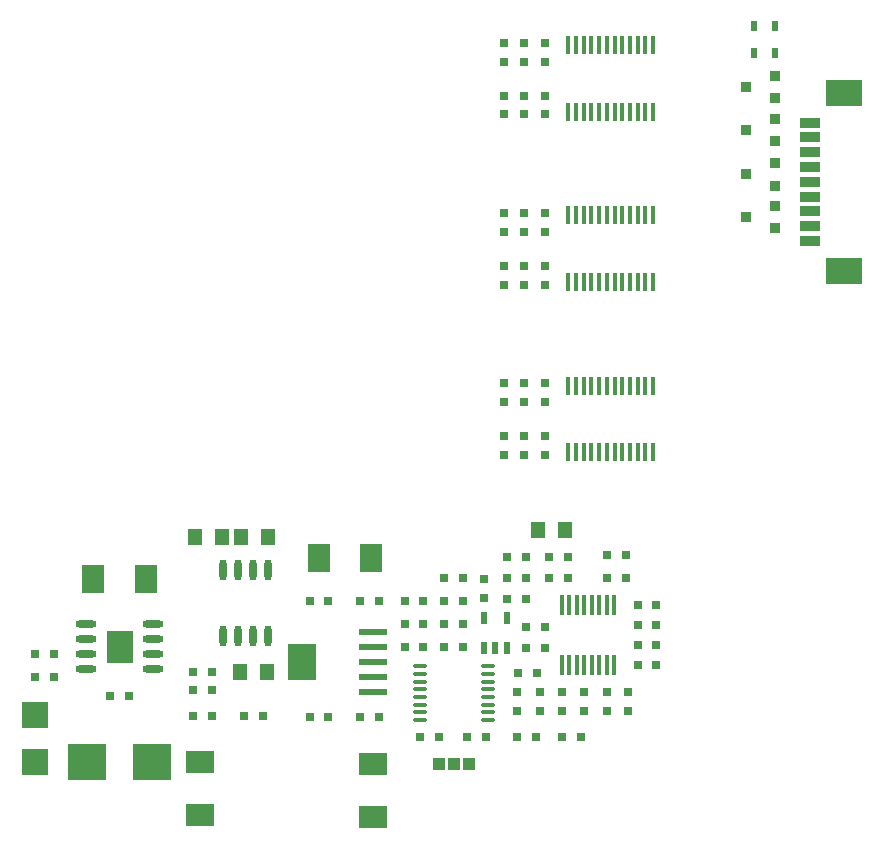
<source format=gbr>
G04*
G04 #@! TF.GenerationSoftware,Altium Limited,Altium Designer,25.8.1 (18)*
G04*
G04 Layer_Color=8421504*
%FSLAX44Y44*%
%MOMM*%
G71*
G04*
G04 #@! TF.SameCoordinates,CB4A00FE-05D9-49C1-B717-2607D131DABB*
G04*
G04*
G04 #@! TF.FilePolarity,Positive*
G04*
G01*
G75*
%ADD20R,0.3500X1.8000*%
%ADD21R,1.0500X1.0500*%
%ADD22R,0.8000X0.7000*%
%ADD23R,2.3455X0.6325*%
%ADD24R,2.3455X3.1725*%
%ADD25R,0.7000X0.8000*%
%ADD26R,2.3000X2.8000*%
%ADD27O,1.8000X0.6000*%
%ADD28R,1.8796X2.3622*%
%ADD29R,0.9500X0.9000*%
%ADD30R,0.3500X1.5000*%
%ADD31O,0.6000X1.8000*%
%ADD32R,1.2696X1.3462*%
%ADD33R,2.3000X2.2860*%
%ADD34R,2.3622X1.8796*%
%ADD35O,1.3000X0.3500*%
%ADD36R,0.6000X1.0000*%
%ADD37R,1.7018X0.8128*%
%ADD38R,3.0988X2.2098*%
%ADD39R,0.8000X0.7000*%
%ADD40R,3.3000X3.1500*%
%ADD41R,0.6000X0.9000*%
D20*
X566250Y233807D02*
D03*
X578950D02*
D03*
X547200D02*
D03*
X553550D02*
D03*
X572600D02*
D03*
X585300D02*
D03*
X559900D02*
D03*
X540850D02*
D03*
Y182753D02*
D03*
X547200D02*
D03*
X553550D02*
D03*
X559900D02*
D03*
X572600D02*
D03*
X578950D02*
D03*
X585300D02*
D03*
X566250D02*
D03*
D21*
X449518Y98870D02*
D03*
X462218D02*
D03*
X436818D02*
D03*
D22*
X475018Y255650D02*
D03*
X508980Y648760D02*
D03*
Y504760D02*
D03*
X244600Y161100D02*
D03*
X596900Y144020D02*
D03*
X491640Y360760D02*
D03*
X508980D02*
D03*
X491640Y504760D02*
D03*
Y648760D02*
D03*
Y693240D02*
D03*
Y709240D02*
D03*
Y664760D02*
D03*
Y549240D02*
D03*
Y565240D02*
D03*
Y520760D02*
D03*
Y405240D02*
D03*
Y421240D02*
D03*
X526320Y376760D02*
D03*
Y360760D02*
D03*
X508980Y376760D02*
D03*
X491640D02*
D03*
X521970Y159650D02*
D03*
Y143650D02*
D03*
X502920Y160020D02*
D03*
Y144020D02*
D03*
X540850Y160020D02*
D03*
Y144020D02*
D03*
X559900Y160020D02*
D03*
Y144020D02*
D03*
X578950D02*
D03*
Y160020D02*
D03*
X596900D02*
D03*
X244600Y177100D02*
D03*
X228600D02*
D03*
Y161100D02*
D03*
X526320Y504760D02*
D03*
Y648760D02*
D03*
X508980Y693240D02*
D03*
Y549240D02*
D03*
Y405240D02*
D03*
X526320D02*
D03*
Y693240D02*
D03*
X475018Y239650D02*
D03*
X508980Y565240D02*
D03*
Y421240D02*
D03*
X526320Y709240D02*
D03*
Y520760D02*
D03*
Y421240D02*
D03*
Y664760D02*
D03*
X508980Y520760D02*
D03*
Y664760D02*
D03*
Y709240D02*
D03*
D23*
X381254Y185207D02*
D03*
Y172507D02*
D03*
Y159806D02*
D03*
Y210606D02*
D03*
Y197906D02*
D03*
D24*
X321047Y185207D02*
D03*
D25*
X457108Y236767D02*
D03*
X556850Y121920D02*
D03*
X476518D02*
D03*
X519810Y176237D02*
D03*
X287814Y139320D02*
D03*
X110490Y172530D02*
D03*
X327219Y138240D02*
D03*
Y236920D02*
D03*
X441108Y198120D02*
D03*
X510540Y214550D02*
D03*
X494457Y256540D02*
D03*
Y274320D02*
D03*
X620985Y182753D02*
D03*
X604985Y233807D02*
D03*
X407670Y236767D02*
D03*
X423670D02*
D03*
X407670Y198120D02*
D03*
X423670D02*
D03*
X620985Y233807D02*
D03*
X604985Y199771D02*
D03*
X620985D02*
D03*
X604985Y182753D02*
D03*
X594950Y275590D02*
D03*
X578950D02*
D03*
Y256540D02*
D03*
X594950D02*
D03*
X510457Y274320D02*
D03*
X494540Y238760D02*
D03*
X510540D02*
D03*
X510457Y256540D02*
D03*
X526540Y214550D02*
D03*
X437018Y121920D02*
D03*
X421018D02*
D03*
X526540Y196800D02*
D03*
X510540D02*
D03*
X457108Y198120D02*
D03*
X369926Y236920D02*
D03*
X385926D02*
D03*
X343219D02*
D03*
X369926Y138216D02*
D03*
X385926D02*
D03*
X343219Y138240D02*
D03*
X94490Y191811D02*
D03*
X110490D02*
D03*
X94490Y172530D02*
D03*
X244600Y139320D02*
D03*
X228600D02*
D03*
X271814D02*
D03*
X407670Y216993D02*
D03*
X423670D02*
D03*
X545746Y256540D02*
D03*
Y274320D02*
D03*
X502920Y121920D02*
D03*
X174570Y156020D02*
D03*
X158570D02*
D03*
X503810Y176237D02*
D03*
X604985Y216789D02*
D03*
X620985D02*
D03*
X441108Y236767D02*
D03*
X457016Y256540D02*
D03*
X441016D02*
D03*
Y216993D02*
D03*
X457016D02*
D03*
X540850Y121920D02*
D03*
X460518D02*
D03*
X518920D02*
D03*
X529746Y274320D02*
D03*
Y256540D02*
D03*
D26*
X166570Y198161D02*
D03*
D27*
X138320Y204511D02*
D03*
Y191811D02*
D03*
Y217211D02*
D03*
Y179111D02*
D03*
X194820Y217211D02*
D03*
Y204511D02*
D03*
Y191811D02*
D03*
Y179111D02*
D03*
D28*
X334872Y272811D02*
D03*
X188922Y255080D02*
D03*
X144218D02*
D03*
X379576Y272811D02*
D03*
D29*
X696380Y562046D02*
D03*
Y671766D02*
D03*
Y635538D02*
D03*
Y598038D02*
D03*
X721380Y571546D02*
D03*
Y588538D02*
D03*
Y552546D02*
D03*
Y681266D02*
D03*
Y662266D02*
D03*
Y645038D02*
D03*
Y626038D02*
D03*
Y607538D02*
D03*
D30*
X565950Y650806D02*
D03*
Y362806D02*
D03*
Y506806D02*
D03*
X559450D02*
D03*
X598450Y563194D02*
D03*
X598450Y506806D02*
D03*
X611450Y563194D02*
D03*
X546450D02*
D03*
X578950Y506806D02*
D03*
X578950Y563194D02*
D03*
X591950Y506806D02*
D03*
Y563194D02*
D03*
X604950D02*
D03*
X617950Y506806D02*
D03*
X604950D02*
D03*
X617950Y563194D02*
D03*
X585450D02*
D03*
X559450D02*
D03*
X546450Y506806D02*
D03*
X611450D02*
D03*
X552950Y563194D02*
D03*
X572450Y506806D02*
D03*
X572450Y563194D02*
D03*
X585450Y506806D02*
D03*
X565950Y563194D02*
D03*
X552950Y506806D02*
D03*
Y362806D02*
D03*
Y650806D02*
D03*
X565950Y419194D02*
D03*
Y707194D02*
D03*
X546450Y650806D02*
D03*
Y362806D02*
D03*
X559450Y650806D02*
D03*
X617950Y707194D02*
D03*
Y650806D02*
D03*
X604950D02*
D03*
Y707194D02*
D03*
X617950Y419194D02*
D03*
Y362806D02*
D03*
X604950D02*
D03*
Y419194D02*
D03*
X591950Y707194D02*
D03*
Y650806D02*
D03*
Y419194D02*
D03*
X578950Y707194D02*
D03*
X578950Y650806D02*
D03*
X578950Y419194D02*
D03*
X591950Y362806D02*
D03*
X578950D02*
D03*
X546450Y707194D02*
D03*
Y419194D02*
D03*
X559450D02*
D03*
X559450Y362806D02*
D03*
X572450D02*
D03*
X585450D02*
D03*
X598450D02*
D03*
X611450D02*
D03*
X611450Y419194D02*
D03*
X598450D02*
D03*
X585450D02*
D03*
X572450D02*
D03*
X552950D02*
D03*
X572450Y650806D02*
D03*
X585450D02*
D03*
X598450D02*
D03*
X611450D02*
D03*
X611450Y707194D02*
D03*
X598450D02*
D03*
X585450D02*
D03*
X572450D02*
D03*
X559450D02*
D03*
X552950D02*
D03*
D31*
X279746Y263438D02*
D03*
Y206938D02*
D03*
X292446Y263438D02*
D03*
X254347Y206938D02*
D03*
X267047D02*
D03*
X292446D02*
D03*
X254347Y263438D02*
D03*
X267047D02*
D03*
D32*
X252732Y291099D02*
D03*
X269582D02*
D03*
X520696Y297180D02*
D03*
X543560D02*
D03*
X292446Y291099D02*
D03*
X291179Y177100D02*
D03*
X268314D02*
D03*
X229868Y291099D02*
D03*
D33*
X94490Y140140D02*
D03*
Y100140D02*
D03*
D34*
X234188Y55436D02*
D03*
X381254Y54166D02*
D03*
Y98870D02*
D03*
X234188Y100140D02*
D03*
D35*
X478018Y162000D02*
D03*
Y168500D02*
D03*
X421018Y149000D02*
D03*
X478018Y142500D02*
D03*
Y181500D02*
D03*
X421018Y155500D02*
D03*
Y168500D02*
D03*
Y175000D02*
D03*
Y181500D02*
D03*
Y162000D02*
D03*
X478018Y175000D02*
D03*
Y155500D02*
D03*
Y149000D02*
D03*
X421018Y142500D02*
D03*
X478018Y136000D02*
D03*
X421018D02*
D03*
D36*
X484518Y196800D02*
D03*
X475018Y222300D02*
D03*
Y196800D02*
D03*
X494018D02*
D03*
Y222300D02*
D03*
D37*
X750955Y554252D02*
D03*
Y641752D02*
D03*
Y629252D02*
D03*
Y616752D02*
D03*
Y591752D02*
D03*
Y579252D02*
D03*
Y604252D02*
D03*
Y566752D02*
D03*
Y541752D02*
D03*
D38*
X779955Y516252D02*
D03*
Y667252D02*
D03*
D39*
X526320Y565240D02*
D03*
X526321Y549240D02*
D03*
D40*
X194070Y100140D02*
D03*
X139070D02*
D03*
D41*
X703221Y701039D02*
D03*
Y723899D02*
D03*
X721380Y723900D02*
D03*
Y701040D02*
D03*
M02*

</source>
